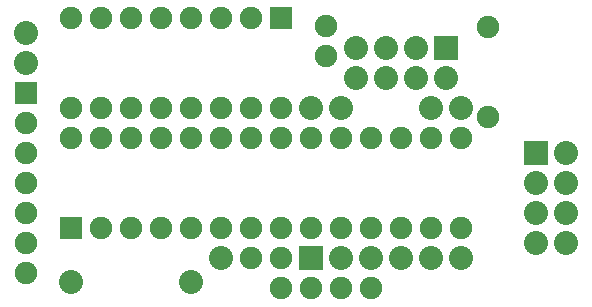
<source format=gbs>
G04 (created by PCBNEW-RS274X (2012-01-19 BZR 3256)-stable) date 10/2/2012 11:56:40 PM*
G01*
G70*
G90*
%MOIN*%
G04 Gerber Fmt 3.4, Leading zero omitted, Abs format*
%FSLAX34Y34*%
G04 APERTURE LIST*
%ADD10C,0.006000*%
%ADD11C,0.080000*%
%ADD12R,0.080000X0.080000*%
%ADD13C,0.075000*%
%ADD14R,0.075000X0.075000*%
G04 APERTURE END LIST*
G54D10*
G54D11*
X53600Y-39900D03*
X49600Y-39900D03*
G54D12*
X57600Y-39100D03*
G54D11*
X58600Y-39100D03*
G54D13*
X59600Y-40100D03*
X58600Y-40100D03*
X57600Y-40100D03*
X56600Y-40100D03*
X50600Y-38100D03*
X51600Y-38100D03*
X52600Y-38100D03*
X53600Y-38100D03*
X54600Y-38100D03*
X55600Y-38100D03*
X56600Y-38100D03*
X57600Y-38100D03*
X58600Y-38100D03*
X59600Y-38100D03*
X60600Y-38100D03*
X61600Y-38100D03*
X62600Y-38100D03*
G54D14*
X49600Y-38100D03*
G54D13*
X62600Y-35100D03*
X61600Y-35100D03*
X60600Y-35100D03*
X59600Y-35100D03*
X58600Y-35100D03*
X57600Y-35100D03*
X56600Y-35100D03*
X55600Y-35100D03*
X54600Y-35100D03*
X53600Y-35100D03*
X52600Y-35100D03*
X51600Y-35100D03*
X50600Y-35100D03*
X49600Y-35100D03*
G54D12*
X65100Y-35600D03*
G54D11*
X66100Y-35600D03*
X65100Y-36600D03*
X66100Y-36600D03*
X65100Y-37600D03*
X66100Y-37600D03*
X65100Y-38600D03*
X66100Y-38600D03*
G54D14*
X56600Y-31100D03*
G54D13*
X55600Y-31100D03*
X54600Y-31100D03*
X53600Y-31100D03*
X52600Y-31100D03*
X51600Y-31100D03*
X50600Y-31100D03*
X49600Y-31100D03*
X49600Y-34100D03*
X50600Y-34100D03*
X51600Y-34100D03*
X52600Y-34100D03*
X53600Y-34100D03*
X54600Y-34100D03*
X55600Y-34100D03*
X56600Y-34100D03*
X56600Y-39100D03*
X55600Y-39100D03*
X58100Y-32350D03*
X58100Y-31350D03*
G54D12*
X62100Y-32100D03*
G54D11*
X62100Y-33100D03*
X61100Y-32100D03*
X61100Y-33100D03*
X60100Y-32100D03*
X60100Y-33100D03*
G54D14*
X48100Y-33600D03*
G54D13*
X48100Y-34600D03*
X48100Y-35600D03*
X48100Y-36600D03*
X48100Y-37600D03*
X48100Y-38600D03*
X48100Y-39600D03*
G54D11*
X48100Y-31600D03*
X48100Y-32600D03*
X61600Y-34100D03*
X62600Y-34100D03*
X62600Y-39100D03*
X57600Y-34100D03*
X59100Y-32100D03*
X59100Y-33100D03*
X58600Y-34100D03*
X59600Y-39100D03*
X60600Y-39100D03*
X61600Y-39100D03*
X54600Y-39100D03*
G54D13*
X63500Y-31400D03*
X63500Y-34400D03*
M02*

</source>
